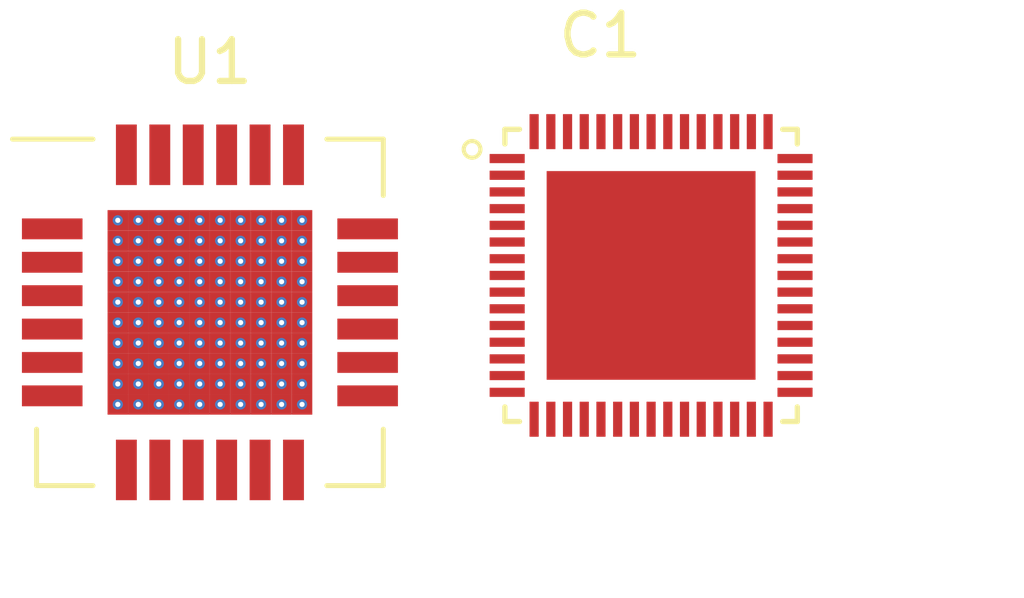
<source format=kicad_pcb>
(kicad_pcb (version 20171130) (host pcbnew "(5.1.9)-1")

  (general
    (thickness 1.6)
    (drawings 0)
    (tracks 0)
    (zones 0)
    (modules 2)
    (nets 24)
  )

  (page A4)
  (layers
    (0 F.Cu signal)
    (31 B.Cu signal)
    (32 B.Adhes user)
    (33 F.Adhes user)
    (34 B.Paste user)
    (35 F.Paste user)
    (36 B.SilkS user)
    (37 F.SilkS user)
    (38 B.Mask user)
    (39 F.Mask user)
    (40 Dwgs.User user)
    (41 Cmts.User user)
    (42 Eco1.User user)
    (43 Eco2.User user)
    (44 Edge.Cuts user)
    (45 Margin user)
    (46 B.CrtYd user)
    (47 F.CrtYd user)
    (48 B.Fab user)
    (49 F.Fab user)
  )

  (setup
    (last_trace_width 0.25)
    (trace_clearance 0.2)
    (zone_clearance 0.508)
    (zone_45_only no)
    (trace_min 0.2)
    (via_size 0.8)
    (via_drill 0.4)
    (via_min_size 0.4)
    (via_min_drill 0.3)
    (uvia_size 0.3)
    (uvia_drill 0.1)
    (uvias_allowed no)
    (uvia_min_size 0.2)
    (uvia_min_drill 0.1)
    (edge_width 0.05)
    (segment_width 0.2)
    (pcb_text_width 0.3)
    (pcb_text_size 1.5 1.5)
    (mod_edge_width 0.12)
    (mod_text_size 1 1)
    (mod_text_width 0.15)
    (pad_size 1.524 1.524)
    (pad_drill 0.762)
    (pad_to_mask_clearance 0)
    (aux_axis_origin 0 0)
    (visible_elements FFFFFF7F)
    (pcbplotparams
      (layerselection 0x010fc_ffffffff)
      (usegerberextensions false)
      (usegerberattributes true)
      (usegerberadvancedattributes true)
      (creategerberjobfile true)
      (excludeedgelayer true)
      (linewidth 0.100000)
      (plotframeref false)
      (viasonmask false)
      (mode 1)
      (useauxorigin false)
      (hpglpennumber 1)
      (hpglpenspeed 20)
      (hpglpendiameter 15.000000)
      (psnegative false)
      (psa4output false)
      (plotreference true)
      (plotvalue true)
      (plotinvisibletext false)
      (padsonsilk false)
      (subtractmaskfromsilk false)
      (outputformat 1)
      (mirror false)
      (drillshape 1)
      (scaleselection 1)
      (outputdirectory ""))
  )

  (net 0 "")
  (net 1 GND)
  (net 2 "Net-(C1-Pad1)")
  (net 3 "Net-(C7-Pad2)")
  (net 4 "Net-(U1-Pad23)")
  (net 5 "Net-(U1-Pad22)")
  (net 6 "Net-(U1-Pad21)")
  (net 7 "Net-(U1-Pad20)")
  (net 8 "Net-(U1-Pad19)")
  (net 9 "Net-(U1-Pad18)")
  (net 10 "Net-(U1-Pad17)")
  (net 11 "Net-(C10-Pad1)")
  (net 12 "Net-(U1-Pad14)")
  (net 13 "Net-(U1-Pad13)")
  (net 14 "Net-(U1-Pad12)")
  (net 15 "Net-(U1-Pad11)")
  (net 16 "Net-(C12-Pad1)")
  (net 17 "Net-(U1-Pad9)")
  (net 18 "Net-(U1-Pad7)")
  (net 19 "Net-(U1-Pad6)")
  (net 20 "Net-(U1-Pad5)")
  (net 21 "Net-(J1-Pad1)")
  (net 22 "Net-(U1-Pad2)")
  (net 23 "Net-(U1-Pad1)")

  (net_class Default "This is the default net class."
    (clearance 0.2)
    (trace_width 0.25)
    (via_dia 0.8)
    (via_drill 0.4)
    (uvia_dia 0.3)
    (uvia_drill 0.1)
    (add_net GND)
    (add_net "Net-(C1-Pad1)")
    (add_net "Net-(C10-Pad1)")
    (add_net "Net-(C12-Pad1)")
    (add_net "Net-(C7-Pad2)")
    (add_net "Net-(J1-Pad1)")
    (add_net "Net-(U1-Pad1)")
    (add_net "Net-(U1-Pad11)")
    (add_net "Net-(U1-Pad12)")
    (add_net "Net-(U1-Pad13)")
    (add_net "Net-(U1-Pad14)")
    (add_net "Net-(U1-Pad17)")
    (add_net "Net-(U1-Pad18)")
    (add_net "Net-(U1-Pad19)")
    (add_net "Net-(U1-Pad2)")
    (add_net "Net-(U1-Pad20)")
    (add_net "Net-(U1-Pad21)")
    (add_net "Net-(U1-Pad22)")
    (add_net "Net-(U1-Pad23)")
    (add_net "Net-(U1-Pad5)")
    (add_net "Net-(U1-Pad6)")
    (add_net "Net-(U1-Pad7)")
    (add_net "Net-(U1-Pad9)")
  )

  (module FootprintAmpli:QFN-24_EP_8x8_Pitch0.8mm (layer F.Cu) (tedit 0) (tstamp 61E34C2C)
    (at 5.025001 5.025001)
    (path /61DA693C)
    (attr smd)
    (fp_text reference U1 (at 0 -6) (layer F.SilkS)
      (effects (font (size 1 1) (thickness 0.15)))
    )
    (fp_text value MHT2012N (at 0 6) (layer F.Fab)
      (effects (font (size 1 1) (thickness 0.15)))
    )
    (fp_line (start -3 -4) (end -4 -3) (layer F.Fab) (width 0.15))
    (fp_line (start -4 -3) (end -4 4) (layer F.Fab) (width 0.15))
    (fp_line (start -4 4) (end 4 4) (layer F.Fab) (width 0.15))
    (fp_line (start 4 4) (end 4 -4) (layer F.Fab) (width 0.15))
    (fp_line (start 4 -4) (end -3 -4) (layer F.Fab) (width 0.15))
    (fp_line (start 2.8 -4.15) (end 4.15 -4.15) (layer F.SilkS) (width 0.12))
    (fp_line (start 4.15 -4.15) (end 4.15 -2.8) (layer F.SilkS) (width 0.12))
    (fp_line (start 2.8 4.15) (end 4.15 4.15) (layer F.SilkS) (width 0.12))
    (fp_line (start 4.15 4.15) (end 4.15 2.8) (layer F.SilkS) (width 0.12))
    (fp_line (start -2.8 4.15) (end -4.15 4.15) (layer F.SilkS) (width 0.12))
    (fp_line (start -4.15 4.15) (end -4.15 2.8) (layer F.SilkS) (width 0.12))
    (fp_line (start -2.8 -4.15) (end -4.725 -4.15) (layer F.SilkS) (width 0.12))
    (fp_line (start -5 -5) (end 5 -5) (layer F.CrtYd) (width 0.05))
    (fp_line (start 5 -5) (end 5 5) (layer F.CrtYd) (width 0.05))
    (fp_line (start 5 5) (end -5 5) (layer F.CrtYd) (width 0.05))
    (fp_line (start -5 5) (end -5 -5) (layer F.CrtYd) (width 0.05))
    (pad 25 thru_hole circle (at 2.205 2.205) (size 0.245 0.245) (drill 0.1225) (layers *.Cu *.Mask))
    (pad 25 thru_hole circle (at 2.205 1.715) (size 0.245 0.245) (drill 0.1225) (layers *.Cu *.Mask))
    (pad 25 thru_hole circle (at 2.205 1.225) (size 0.245 0.245) (drill 0.1225) (layers *.Cu *.Mask))
    (pad 25 thru_hole circle (at 2.205 0.735) (size 0.245 0.245) (drill 0.1225) (layers *.Cu *.Mask))
    (pad 25 thru_hole circle (at 2.205 0.245) (size 0.245 0.245) (drill 0.1225) (layers *.Cu *.Mask))
    (pad 25 thru_hole circle (at 2.205 -0.245) (size 0.245 0.245) (drill 0.1225) (layers *.Cu *.Mask))
    (pad 25 thru_hole circle (at 2.205 -0.735) (size 0.245 0.245) (drill 0.1225) (layers *.Cu *.Mask))
    (pad 25 thru_hole circle (at 2.205 -1.225) (size 0.245 0.245) (drill 0.1225) (layers *.Cu *.Mask))
    (pad 25 thru_hole circle (at 2.205 -1.715) (size 0.245 0.245) (drill 0.1225) (layers *.Cu *.Mask))
    (pad 25 thru_hole circle (at 2.205 -2.205) (size 0.245 0.245) (drill 0.1225) (layers *.Cu *.Mask))
    (pad 25 thru_hole circle (at 1.715 2.205) (size 0.245 0.245) (drill 0.1225) (layers *.Cu *.Mask))
    (pad 25 thru_hole circle (at 1.715 1.715) (size 0.245 0.245) (drill 0.1225) (layers *.Cu *.Mask))
    (pad 25 thru_hole circle (at 1.715 1.225) (size 0.245 0.245) (drill 0.1225) (layers *.Cu *.Mask))
    (pad 25 thru_hole circle (at 1.715 0.735) (size 0.245 0.245) (drill 0.1225) (layers *.Cu *.Mask))
    (pad 25 thru_hole circle (at 1.715 0.245) (size 0.245 0.245) (drill 0.1225) (layers *.Cu *.Mask))
    (pad 25 thru_hole circle (at 1.715 -0.245) (size 0.245 0.245) (drill 0.1225) (layers *.Cu *.Mask))
    (pad 25 thru_hole circle (at 1.715 -0.735) (size 0.245 0.245) (drill 0.1225) (layers *.Cu *.Mask))
    (pad 25 thru_hole circle (at 1.715 -1.225) (size 0.245 0.245) (drill 0.1225) (layers *.Cu *.Mask))
    (pad 25 thru_hole circle (at 1.715 -1.715) (size 0.245 0.245) (drill 0.1225) (layers *.Cu *.Mask))
    (pad 25 thru_hole circle (at 1.715 -2.205) (size 0.245 0.245) (drill 0.1225) (layers *.Cu *.Mask))
    (pad 25 thru_hole circle (at 1.225 2.205) (size 0.245 0.245) (drill 0.1225) (layers *.Cu *.Mask))
    (pad 25 thru_hole circle (at 1.225 1.715) (size 0.245 0.245) (drill 0.1225) (layers *.Cu *.Mask))
    (pad 25 thru_hole circle (at 1.225 1.225) (size 0.245 0.245) (drill 0.1225) (layers *.Cu *.Mask))
    (pad 25 thru_hole circle (at 1.225 0.735) (size 0.245 0.245) (drill 0.1225) (layers *.Cu *.Mask))
    (pad 25 thru_hole circle (at 1.225 0.245) (size 0.245 0.245) (drill 0.1225) (layers *.Cu *.Mask))
    (pad 25 thru_hole circle (at 1.225 -0.245) (size 0.245 0.245) (drill 0.1225) (layers *.Cu *.Mask))
    (pad 25 thru_hole circle (at 1.225 -0.735) (size 0.245 0.245) (drill 0.1225) (layers *.Cu *.Mask))
    (pad 25 thru_hole circle (at 1.225 -1.225) (size 0.245 0.245) (drill 0.1225) (layers *.Cu *.Mask))
    (pad 25 thru_hole circle (at 1.225 -1.715) (size 0.245 0.245) (drill 0.1225) (layers *.Cu *.Mask))
    (pad 25 thru_hole circle (at 1.225 -2.205) (size 0.245 0.245) (drill 0.1225) (layers *.Cu *.Mask))
    (pad 25 thru_hole circle (at 0.735 2.205) (size 0.245 0.245) (drill 0.1225) (layers *.Cu *.Mask))
    (pad 25 thru_hole circle (at 0.735 1.715) (size 0.245 0.245) (drill 0.1225) (layers *.Cu *.Mask))
    (pad 25 thru_hole circle (at 0.735 1.225) (size 0.245 0.245) (drill 0.1225) (layers *.Cu *.Mask))
    (pad 25 thru_hole circle (at 0.735 0.735) (size 0.245 0.245) (drill 0.1225) (layers *.Cu *.Mask))
    (pad 25 thru_hole circle (at 0.735 0.245) (size 0.245 0.245) (drill 0.1225) (layers *.Cu *.Mask))
    (pad 25 thru_hole circle (at 0.735 -0.245) (size 0.245 0.245) (drill 0.1225) (layers *.Cu *.Mask))
    (pad 25 thru_hole circle (at 0.735 -0.735) (size 0.245 0.245) (drill 0.1225) (layers *.Cu *.Mask))
    (pad 25 thru_hole circle (at 0.735 -1.225) (size 0.245 0.245) (drill 0.1225) (layers *.Cu *.Mask))
    (pad 25 thru_hole circle (at 0.735 -1.715) (size 0.245 0.245) (drill 0.1225) (layers *.Cu *.Mask))
    (pad 25 thru_hole circle (at 0.735 -2.205) (size 0.245 0.245) (drill 0.1225) (layers *.Cu *.Mask))
    (pad 25 thru_hole circle (at 0.245 2.205) (size 0.245 0.245) (drill 0.1225) (layers *.Cu *.Mask))
    (pad 25 thru_hole circle (at 0.245 1.715) (size 0.245 0.245) (drill 0.1225) (layers *.Cu *.Mask))
    (pad 25 thru_hole circle (at 0.245 1.225) (size 0.245 0.245) (drill 0.1225) (layers *.Cu *.Mask))
    (pad 25 thru_hole circle (at 0.245 0.735) (size 0.245 0.245) (drill 0.1225) (layers *.Cu *.Mask))
    (pad 25 thru_hole circle (at 0.245 0.245) (size 0.245 0.245) (drill 0.1225) (layers *.Cu *.Mask))
    (pad 25 thru_hole circle (at 0.245 -0.245) (size 0.245 0.245) (drill 0.1225) (layers *.Cu *.Mask))
    (pad 25 thru_hole circle (at 0.245 -0.735) (size 0.245 0.245) (drill 0.1225) (layers *.Cu *.Mask))
    (pad 25 thru_hole circle (at 0.245 -1.225) (size 0.245 0.245) (drill 0.1225) (layers *.Cu *.Mask))
    (pad 25 thru_hole circle (at 0.245 -1.715) (size 0.245 0.245) (drill 0.1225) (layers *.Cu *.Mask))
    (pad 25 thru_hole circle (at 0.245 -2.205) (size 0.245 0.245) (drill 0.1225) (layers *.Cu *.Mask))
    (pad 25 thru_hole circle (at -0.245 2.205) (size 0.245 0.245) (drill 0.1225) (layers *.Cu *.Mask))
    (pad 25 thru_hole circle (at -0.245 1.715) (size 0.245 0.245) (drill 0.1225) (layers *.Cu *.Mask))
    (pad 25 thru_hole circle (at -0.245 1.225) (size 0.245 0.245) (drill 0.1225) (layers *.Cu *.Mask))
    (pad 25 thru_hole circle (at -0.245 0.735) (size 0.245 0.245) (drill 0.1225) (layers *.Cu *.Mask))
    (pad 25 thru_hole circle (at -0.245 0.245) (size 0.245 0.245) (drill 0.1225) (layers *.Cu *.Mask))
    (pad 25 thru_hole circle (at -0.245 -0.245) (size 0.245 0.245) (drill 0.1225) (layers *.Cu *.Mask))
    (pad 25 thru_hole circle (at -0.245 -0.735) (size 0.245 0.245) (drill 0.1225) (layers *.Cu *.Mask))
    (pad 25 thru_hole circle (at -0.245 -1.225) (size 0.245 0.245) (drill 0.1225) (layers *.Cu *.Mask))
    (pad 25 thru_hole circle (at -0.245 -1.715) (size 0.245 0.245) (drill 0.1225) (layers *.Cu *.Mask))
    (pad 25 thru_hole circle (at -0.245 -2.205) (size 0.245 0.245) (drill 0.1225) (layers *.Cu *.Mask))
    (pad 25 thru_hole circle (at -0.735 2.205) (size 0.245 0.245) (drill 0.1225) (layers *.Cu *.Mask))
    (pad 25 thru_hole circle (at -0.735 1.715) (size 0.245 0.245) (drill 0.1225) (layers *.Cu *.Mask))
    (pad 25 thru_hole circle (at -0.735 1.225) (size 0.245 0.245) (drill 0.1225) (layers *.Cu *.Mask))
    (pad 25 thru_hole circle (at -0.735 0.735) (size 0.245 0.245) (drill 0.1225) (layers *.Cu *.Mask))
    (pad 25 thru_hole circle (at -0.735 0.245) (size 0.245 0.245) (drill 0.1225) (layers *.Cu *.Mask))
    (pad 25 thru_hole circle (at -0.735 -0.245) (size 0.245 0.245) (drill 0.1225) (layers *.Cu *.Mask))
    (pad 25 thru_hole circle (at -0.735 -0.735) (size 0.245 0.245) (drill 0.1225) (layers *.Cu *.Mask))
    (pad 25 thru_hole circle (at -0.735 -1.225) (size 0.245 0.245) (drill 0.1225) (layers *.Cu *.Mask))
    (pad 25 thru_hole circle (at -0.735 -1.715) (size 0.245 0.245) (drill 0.1225) (layers *.Cu *.Mask))
    (pad 25 thru_hole circle (at -0.735 -2.205) (size 0.245 0.245) (drill 0.1225) (layers *.Cu *.Mask))
    (pad 25 thru_hole circle (at -1.225 2.205) (size 0.245 0.245) (drill 0.1225) (layers *.Cu *.Mask))
    (pad 25 thru_hole circle (at -1.225 1.715) (size 0.245 0.245) (drill 0.1225) (layers *.Cu *.Mask))
    (pad 25 thru_hole circle (at -1.225 1.225) (size 0.245 0.245) (drill 0.1225) (layers *.Cu *.Mask))
    (pad 25 thru_hole circle (at -1.225 0.735) (size 0.245 0.245) (drill 0.1225) (layers *.Cu *.Mask))
    (pad 25 thru_hole circle (at -1.225 0.245) (size 0.245 0.245) (drill 0.1225) (layers *.Cu *.Mask))
    (pad 25 thru_hole circle (at -1.225 -0.245) (size 0.245 0.245) (drill 0.1225) (layers *.Cu *.Mask))
    (pad 25 thru_hole circle (at -1.225 -0.735) (size 0.245 0.245) (drill 0.1225) (layers *.Cu *.Mask))
    (pad 25 thru_hole circle (at -1.225 -1.225) (size 0.245 0.245) (drill 0.1225) (layers *.Cu *.Mask))
    (pad 25 thru_hole circle (at -1.225 -1.715) (size 0.245 0.245) (drill 0.1225) (layers *.Cu *.Mask))
    (pad 25 thru_hole circle (at -1.225 -2.205) (size 0.245 0.245) (drill 0.1225) (layers *.Cu *.Mask))
    (pad 25 thru_hole circle (at -1.715 2.205) (size 0.245 0.245) (drill 0.1225) (layers *.Cu *.Mask))
    (pad 25 thru_hole circle (at -1.715 1.715) (size 0.245 0.245) (drill 0.1225) (layers *.Cu *.Mask))
    (pad 25 thru_hole circle (at -1.715 1.225) (size 0.245 0.245) (drill 0.1225) (layers *.Cu *.Mask))
    (pad 25 thru_hole circle (at -1.715 0.735) (size 0.245 0.245) (drill 0.1225) (layers *.Cu *.Mask))
    (pad 25 thru_hole circle (at -1.715 0.245) (size 0.245 0.245) (drill 0.1225) (layers *.Cu *.Mask))
    (pad 25 thru_hole circle (at -1.715 -0.245) (size 0.245 0.245) (drill 0.1225) (layers *.Cu *.Mask))
    (pad 25 thru_hole circle (at -1.715 -0.735) (size 0.245 0.245) (drill 0.1225) (layers *.Cu *.Mask))
    (pad 25 thru_hole circle (at -1.715 -1.225) (size 0.245 0.245) (drill 0.1225) (layers *.Cu *.Mask))
    (pad 25 thru_hole circle (at -1.715 -1.715) (size 0.245 0.245) (drill 0.1225) (layers *.Cu *.Mask))
    (pad 25 thru_hole circle (at -1.715 -2.205) (size 0.245 0.245) (drill 0.1225) (layers *.Cu *.Mask))
    (pad 25 thru_hole circle (at -2.205 2.205) (size 0.245 0.245) (drill 0.1225) (layers *.Cu *.Mask))
    (pad 25 thru_hole circle (at -2.205 1.715) (size 0.245 0.245) (drill 0.1225) (layers *.Cu *.Mask))
    (pad 25 thru_hole circle (at -2.205 1.225) (size 0.245 0.245) (drill 0.1225) (layers *.Cu *.Mask))
    (pad 25 thru_hole circle (at -2.205 0.735) (size 0.245 0.245) (drill 0.1225) (layers *.Cu *.Mask))
    (pad 25 thru_hole circle (at -2.205 0.245) (size 0.245 0.245) (drill 0.1225) (layers *.Cu *.Mask))
    (pad 25 thru_hole circle (at -2.205 -0.245) (size 0.245 0.245) (drill 0.1225) (layers *.Cu *.Mask))
    (pad 25 thru_hole circle (at -2.205 -0.735) (size 0.245 0.245) (drill 0.1225) (layers *.Cu *.Mask))
    (pad 25 thru_hole circle (at -2.205 -1.225) (size 0.245 0.245) (drill 0.1225) (layers *.Cu *.Mask))
    (pad 25 thru_hole circle (at -2.205 -1.715) (size 0.245 0.245) (drill 0.1225) (layers *.Cu *.Mask))
    (pad 25 thru_hole circle (at -2.205 -2.205) (size 0.245 0.245) (drill 0.1225) (layers *.Cu *.Mask))
    (pad 25 smd rect (at 2.205 2.205) (size 0.49 0.49) (layers F.Cu F.Paste F.Mask)
      (solder_paste_margin -0.75))
    (pad 25 smd rect (at 2.205 1.715) (size 0.49 0.49) (layers F.Cu F.Paste F.Mask)
      (solder_paste_margin -0.75))
    (pad 25 smd rect (at 2.205 1.225) (size 0.49 0.49) (layers F.Cu F.Paste F.Mask)
      (solder_paste_margin -0.75))
    (pad 25 smd rect (at 2.205 0.735) (size 0.49 0.49) (layers F.Cu F.Paste F.Mask)
      (solder_paste_margin -0.75))
    (pad 25 smd rect (at 2.205 0.245) (size 0.49 0.49) (layers F.Cu F.Paste F.Mask)
      (solder_paste_margin -0.75))
    (pad 25 smd rect (at 2.205 -0.245) (size 0.49 0.49) (layers F.Cu F.Paste F.Mask)
      (solder_paste_margin -0.75))
    (pad 25 smd rect (at 2.205 -0.735) (size 0.49 0.49) (layers F.Cu F.Paste F.Mask)
      (solder_paste_margin -0.75))
    (pad 25 smd rect (at 2.205 -1.225) (size 0.49 0.49) (layers F.Cu F.Paste F.Mask)
      (solder_paste_margin -0.75))
    (pad 25 smd rect (at 2.205 -1.715) (size 0.49 0.49) (layers F.Cu F.Paste F.Mask)
      (solder_paste_margin -0.75))
    (pad 25 smd rect (at 2.205 -2.205) (size 0.49 0.49) (layers F.Cu F.Paste F.Mask)
      (solder_paste_margin -0.75))
    (pad 25 smd rect (at 1.715 2.205) (size 0.49 0.49) (layers F.Cu F.Paste F.Mask)
      (solder_paste_margin -0.75))
    (pad 25 smd rect (at 1.715 1.715) (size 0.49 0.49) (layers F.Cu F.Paste F.Mask)
      (solder_paste_margin -0.75))
    (pad 25 smd rect (at 1.715 1.225) (size 0.49 0.49) (layers F.Cu F.Paste F.Mask)
      (solder_paste_margin -0.75))
    (pad 25 smd rect (at 1.715 0.735) (size 0.49 0.49) (layers F.Cu F.Paste F.Mask)
      (solder_paste_margin -0.75))
    (pad 25 smd rect (at 1.715 0.245) (size 0.49 0.49) (layers F.Cu F.Paste F.Mask)
      (solder_paste_margin -0.75))
    (pad 25 smd rect (at 1.715 -0.245) (size 0.49 0.49) (layers F.Cu F.Paste F.Mask)
      (solder_paste_margin -0.75))
    (pad 25 smd rect (at 1.715 -0.735) (size 0.49 0.49) (layers F.Cu F.Paste F.Mask)
      (solder_paste_margin -0.75))
    (pad 25 smd rect (at 1.715 -1.225) (size 0.49 0.49) (layers F.Cu F.Paste F.Mask)
      (solder_paste_margin -0.75))
    (pad 25 smd rect (at 1.715 -1.715) (size 0.49 0.49) (layers F.Cu F.Paste F.Mask)
      (solder_paste_margin -0.75))
    (pad 25 smd rect (at 1.715 -2.205) (size 0.49 0.49) (layers F.Cu F.Paste F.Mask)
      (solder_paste_margin -0.75))
    (pad 25 smd rect (at 1.225 2.205) (size 0.49 0.49) (layers F.Cu F.Paste F.Mask)
      (solder_paste_margin -0.75))
    (pad 25 smd rect (at 1.225 1.715) (size 0.49 0.49) (layers F.Cu F.Paste F.Mask)
      (solder_paste_margin -0.75))
    (pad 25 smd rect (at 1.225 1.225) (size 0.49 0.49) (layers F.Cu F.Paste F.Mask)
      (solder_paste_margin -0.75))
    (pad 25 smd rect (at 1.225 0.735) (size 0.49 0.49) (layers F.Cu F.Paste F.Mask)
      (solder_paste_margin -0.75))
    (pad 25 smd rect (at 1.225 0.245) (size 0.49 0.49) (layers F.Cu F.Paste F.Mask)
      (solder_paste_margin -0.75))
    (pad 25 smd rect (at 1.225 -0.245) (size 0.49 0.49) (layers F.Cu F.Paste F.Mask)
      (solder_paste_margin -0.75))
    (pad 25 smd rect (at 1.225 -0.735) (size 0.49 0.49) (layers F.Cu F.Paste F.Mask)
      (solder_paste_margin -0.75))
    (pad 25 smd rect (at 1.225 -1.225) (size 0.49 0.49) (layers F.Cu F.Paste F.Mask)
      (solder_paste_margin -0.75))
    (pad 25 smd rect (at 1.225 -1.715) (size 0.49 0.49) (layers F.Cu F.Paste F.Mask)
      (solder_paste_margin -0.75))
    (pad 25 smd rect (at 1.225 -2.205) (size 0.49 0.49) (layers F.Cu F.Paste F.Mask)
      (solder_paste_margin -0.75))
    (pad 25 smd rect (at 0.735 2.205) (size 0.49 0.49) (layers F.Cu F.Paste F.Mask)
      (solder_paste_margin -0.75))
    (pad 25 smd rect (at 0.735 1.715) (size 0.49 0.49) (layers F.Cu F.Paste F.Mask)
      (solder_paste_margin -0.75))
    (pad 25 smd rect (at 0.735 1.225) (size 0.49 0.49) (layers F.Cu F.Paste F.Mask)
      (solder_paste_margin -0.75))
    (pad 25 smd rect (at 0.735 0.735) (size 0.49 0.49) (layers F.Cu F.Paste F.Mask)
      (solder_paste_margin -0.75))
    (pad 25 smd rect (at 0.735 0.245) (size 0.49 0.49) (layers F.Cu F.Paste F.Mask)
      (solder_paste_margin -0.75))
    (pad 25 smd rect (at 0.735 -0.245) (size 0.49 0.49) (layers F.Cu F.Paste F.Mask)
      (solder_paste_margin -0.75))
    (pad 25 smd rect (at 0.735 -0.735) (size 0.49 0.49) (layers F.Cu F.Paste F.Mask)
      (solder_paste_margin -0.75))
    (pad 25 smd rect (at 0.735 -1.225) (size 0.49 0.49) (layers F.Cu F.Paste F.Mask)
      (solder_paste_margin -0.75))
    (pad 25 smd rect (at 0.735 -1.715) (size 0.49 0.49) (layers F.Cu F.Paste F.Mask)
      (solder_paste_margin -0.75))
    (pad 25 smd rect (at 0.735 -2.205) (size 0.49 0.49) (layers F.Cu F.Paste F.Mask)
      (solder_paste_margin -0.75))
    (pad 25 smd rect (at 0.245 2.205) (size 0.49 0.49) (layers F.Cu F.Paste F.Mask)
      (solder_paste_margin -0.75))
    (pad 25 smd rect (at 0.245 1.715) (size 0.49 0.49) (layers F.Cu F.Paste F.Mask)
      (solder_paste_margin -0.75))
    (pad 25 smd rect (at 0.245 1.225) (size 0.49 0.49) (layers F.Cu F.Paste F.Mask)
      (solder_paste_margin -0.75))
    (pad 25 smd rect (at 0.245 0.735) (size 0.49 0.49) (layers F.Cu F.Paste F.Mask)
      (solder_paste_margin -0.75))
    (pad 25 smd rect (at 0.245 0.245) (size 0.49 0.49) (layers F.Cu F.Paste F.Mask)
      (solder_paste_margin -0.75))
    (pad 25 smd rect (at 0.245 -0.245) (size 0.49 0.49) (layers F.Cu F.Paste F.Mask)
      (solder_paste_margin -0.75))
    (pad 25 smd rect (at 0.245 -0.735) (size 0.49 0.49) (layers F.Cu F.Paste F.Mask)
      (solder_paste_margin -0.75))
    (pad 25 smd rect (at 0.245 -1.225) (size 0.49 0.49) (layers F.Cu F.Paste F.Mask)
      (solder_paste_margin -0.75))
    (pad 25 smd rect (at 0.245 -1.715) (size 0.49 0.49) (layers F.Cu F.Paste F.Mask)
      (solder_paste_margin -0.75))
    (pad 25 smd rect (at 0.245 -2.205) (size 0.49 0.49) (layers F.Cu F.Paste F.Mask)
      (solder_paste_margin -0.75))
    (pad 25 smd rect (at -0.245 2.205) (size 0.49 0.49) (layers F.Cu F.Paste F.Mask)
      (solder_paste_margin -0.75))
    (pad 25 smd rect (at -0.245 1.715) (size 0.49 0.49) (layers F.Cu F.Paste F.Mask)
      (solder_paste_margin -0.75))
    (pad 25 smd rect (at -0.245 1.225) (size 0.49 0.49) (layers F.Cu F.Paste F.Mask)
      (solder_paste_margin -0.75))
    (pad 25 smd rect (at -0.245 0.735) (size 0.49 0.49) (layers F.Cu F.Paste F.Mask)
      (solder_paste_margin -0.75))
    (pad 25 smd rect (at -0.245 0.245) (size 0.49 0.49) (layers F.Cu F.Paste F.Mask)
      (solder_paste_margin -0.75))
    (pad 25 smd rect (at -0.245 -0.245) (size 0.49 0.49) (layers F.Cu F.Paste F.Mask)
      (solder_paste_margin -0.75))
    (pad 25 smd rect (at -0.245 -0.735) (size 0.49 0.49) (layers F.Cu F.Paste F.Mask)
      (solder_paste_margin -0.75))
    (pad 25 smd rect (at -0.245 -1.225) (size 0.49 0.49) (layers F.Cu F.Paste F.Mask)
      (solder_paste_margin -0.75))
    (pad 25 smd rect (at -0.245 -1.715) (size 0.49 0.49) (layers F.Cu F.Paste F.Mask)
      (solder_paste_margin -0.75))
    (pad 25 smd rect (at -0.245 -2.205) (size 0.49 0.49) (layers F.Cu F.Paste F.Mask)
      (solder_paste_margin -0.75))
    (pad 25 smd rect (at -0.735 2.205) (size 0.49 0.49) (layers F.Cu F.Paste F.Mask)
      (solder_paste_margin -0.75))
    (pad 25 smd rect (at -0.735 1.715) (size 0.49 0.49) (layers F.Cu F.Paste F.Mask)
      (solder_paste_margin -0.75))
    (pad 25 smd rect (at -0.735 1.225) (size 0.49 0.49) (layers F.Cu F.Paste F.Mask)
      (solder_paste_margin -0.75))
    (pad 25 smd rect (at -0.735 0.735) (size 0.49 0.49) (layers F.Cu F.Paste F.Mask)
      (solder_paste_margin -0.75))
    (pad 25 smd rect (at -0.735 0.245) (size 0.49 0.49) (layers F.Cu F.Paste F.Mask)
      (solder_paste_margin -0.75))
    (pad 25 smd rect (at -0.735 -0.245) (size 0.49 0.49) (layers F.Cu F.Paste F.Mask)
      (solder_paste_margin -0.75))
    (pad 25 smd rect (at -0.735 -0.735) (size 0.49 0.49) (layers F.Cu F.Paste F.Mask)
      (solder_paste_margin -0.75))
    (pad 25 smd rect (at -0.735 -1.225) (size 0.49 0.49) (layers F.Cu F.Paste F.Mask)
      (solder_paste_margin -0.75))
    (pad 25 smd rect (at -0.735 -1.715) (size 0.49 0.49) (layers F.Cu F.Paste F.Mask)
      (solder_paste_margin -0.75))
    (pad 25 smd rect (at -0.735 -2.205) (size 0.49 0.49) (layers F.Cu F.Paste F.Mask)
      (solder_paste_margin -0.75))
    (pad 25 smd rect (at -1.225 2.205) (size 0.49 0.49) (layers F.Cu F.Paste F.Mask)
      (solder_paste_margin -0.75))
    (pad 25 smd rect (at -1.225 1.715) (size 0.49 0.49) (layers F.Cu F.Paste F.Mask)
      (solder_paste_margin -0.75))
    (pad 25 smd rect (at -1.225 1.225) (size 0.49 0.49) (layers F.Cu F.Paste F.Mask)
      (solder_paste_margin -0.75))
    (pad 25 smd rect (at -1.225 0.735) (size 0.49 0.49) (layers F.Cu F.Paste F.Mask)
      (solder_paste_margin -0.75))
    (pad 25 smd rect (at -1.225 0.245) (size 0.49 0.49) (layers F.Cu F.Paste F.Mask)
      (solder_paste_margin -0.75))
    (pad 25 smd rect (at -1.225 -0.245) (size 0.49 0.49) (layers F.Cu F.Paste F.Mask)
      (solder_paste_margin -0.75))
    (pad 25 smd rect (at -1.225 -0.735) (size 0.49 0.49) (layers F.Cu F.Paste F.Mask)
      (solder_paste_margin -0.75))
    (pad 25 smd rect (at -1.225 -1.225) (size 0.49 0.49) (layers F.Cu F.Paste F.Mask)
      (solder_paste_margin -0.75))
    (pad 25 smd rect (at -1.225 -1.715) (size 0.49 0.49) (layers F.Cu F.Paste F.Mask)
      (solder_paste_margin -0.75))
    (pad 25 smd rect (at -1.225 -2.205) (size 0.49 0.49) (layers F.Cu F.Paste F.Mask)
      (solder_paste_margin -0.75))
    (pad 25 smd rect (at -1.715 2.205) (size 0.49 0.49) (layers F.Cu F.Paste F.Mask)
      (solder_paste_margin -0.75))
    (pad 25 smd rect (at -1.715 1.715) (size 0.49 0.49) (layers F.Cu F.Paste F.Mask)
      (solder_paste_margin -0.75))
    (pad 25 smd rect (at -1.715 1.225) (size 0.49 0.49) (layers F.Cu F.Paste F.Mask)
      (solder_paste_margin -0.75))
    (pad 25 smd rect (at -1.715 0.735) (size 0.49 0.49) (layers F.Cu F.Paste F.Mask)
      (solder_paste_margin -0.75))
    (pad 25 smd rect (at -1.715 0.245) (size 0.49 0.49) (layers F.Cu F.Paste F.Mask)
      (solder_paste_margin -0.75))
    (pad 25 smd rect (at -1.715 -0.245) (size 0.49 0.49) (layers F.Cu F.Paste F.Mask)
      (solder_paste_margin -0.75))
    (pad 25 smd rect (at -1.715 -0.735) (size 0.49 0.49) (layers F.Cu F.Paste F.Mask)
      (solder_paste_margin -0.75))
    (pad 25 smd rect (at -1.715 -1.225) (size 0.49 0.49) (layers F.Cu F.Paste F.Mask)
      (solder_paste_margin -0.75))
    (pad 25 smd rect (at -1.715 -1.715) (size 0.49 0.49) (layers F.Cu F.Paste F.Mask)
      (solder_paste_margin -0.75))
    (pad 25 smd rect (at -1.715 -2.205) (size 0.49 0.49) (layers F.Cu F.Paste F.Mask)
      (solder_paste_margin -0.75))
    (pad 25 smd rect (at -2.205 2.205) (size 0.49 0.49) (layers F.Cu F.Paste F.Mask)
      (solder_paste_margin -0.75))
    (pad 25 smd rect (at -2.205 1.715) (size 0.49 0.49) (layers F.Cu F.Paste F.Mask)
      (solder_paste_margin -0.75))
    (pad 25 smd rect (at -2.205 1.225) (size 0.49 0.49) (layers F.Cu F.Paste F.Mask)
      (solder_paste_margin -0.75))
    (pad 25 smd rect (at -2.205 0.735) (size 0.49 0.49) (layers F.Cu F.Paste F.Mask)
      (solder_paste_margin -0.75))
    (pad 25 smd rect (at -2.205 0.245) (size 0.49 0.49) (layers F.Cu F.Paste F.Mask)
      (solder_paste_margin -0.75))
    (pad 25 smd rect (at -2.205 -0.245) (size 0.49 0.49) (layers F.Cu F.Paste F.Mask)
      (solder_paste_margin -0.75))
    (pad 25 smd rect (at -2.205 -0.735) (size 0.49 0.49) (layers F.Cu F.Paste F.Mask)
      (solder_paste_margin -0.75))
    (pad 25 smd rect (at -2.205 -1.225) (size 0.49 0.49) (layers F.Cu F.Paste F.Mask)
      (solder_paste_margin -0.75))
    (pad 25 smd rect (at -2.205 -1.715) (size 0.49 0.49) (layers F.Cu F.Paste F.Mask)
      (solder_paste_margin -0.75))
    (pad 25 smd rect (at -2.205 -2.205) (size 0.49 0.49) (layers F.Cu F.Paste F.Mask)
      (solder_paste_margin -0.75))
    (pad 24 smd rect (at -2 -3.775) (size 0.5 1.45) (layers F.Cu F.Paste F.Mask)
      (net 3 "Net-(C7-Pad2)"))
    (pad 23 smd rect (at -1.2 -3.775) (size 0.5 1.45) (layers F.Cu F.Paste F.Mask)
      (net 4 "Net-(U1-Pad23)"))
    (pad 22 smd rect (at -0.4 -3.775) (size 0.5 1.45) (layers F.Cu F.Paste F.Mask)
      (net 5 "Net-(U1-Pad22)"))
    (pad 21 smd rect (at 0.4 -3.775) (size 0.5 1.45) (layers F.Cu F.Paste F.Mask)
      (net 6 "Net-(U1-Pad21)"))
    (pad 20 smd rect (at 1.2 -3.775) (size 0.5 1.45) (layers F.Cu F.Paste F.Mask)
      (net 7 "Net-(U1-Pad20)"))
    (pad 19 smd rect (at 2 -3.775) (size 0.5 1.45) (layers F.Cu F.Paste F.Mask)
      (net 8 "Net-(U1-Pad19)"))
    (pad 18 smd rect (at 3.775 -2 90) (size 0.5 1.45) (layers F.Cu F.Paste F.Mask)
      (net 9 "Net-(U1-Pad18)"))
    (pad 17 smd rect (at 3.775 -1.2 90) (size 0.5 1.45) (layers F.Cu F.Paste F.Mask)
      (net 10 "Net-(U1-Pad17)"))
    (pad 16 smd rect (at 3.775 -0.4 90) (size 0.5 1.45) (layers F.Cu F.Paste F.Mask)
      (net 11 "Net-(C10-Pad1)"))
    (pad 15 smd rect (at 3.775 0.4 90) (size 0.5 1.45) (layers F.Cu F.Paste F.Mask)
      (net 11 "Net-(C10-Pad1)"))
    (pad 14 smd rect (at 3.775 1.2 90) (size 0.5 1.45) (layers F.Cu F.Paste F.Mask)
      (net 12 "Net-(U1-Pad14)"))
    (pad 13 smd rect (at 3.775 2 90) (size 0.5 1.45) (layers F.Cu F.Paste F.Mask)
      (net 13 "Net-(U1-Pad13)"))
    (pad 12 smd rect (at 2 3.775) (size 0.5 1.45) (layers F.Cu F.Paste F.Mask)
      (net 14 "Net-(U1-Pad12)"))
    (pad 11 smd rect (at 1.2 3.775) (size 0.5 1.45) (layers F.Cu F.Paste F.Mask)
      (net 15 "Net-(U1-Pad11)"))
    (pad 10 smd rect (at 0.4 3.775) (size 0.5 1.45) (layers F.Cu F.Paste F.Mask)
      (net 16 "Net-(C12-Pad1)"))
    (pad 9 smd rect (at -0.4 3.775) (size 0.5 1.45) (layers F.Cu F.Paste F.Mask)
      (net 17 "Net-(U1-Pad9)"))
    (pad 8 smd rect (at -1.2 3.775) (size 0.5 1.45) (layers F.Cu F.Paste F.Mask)
      (net 2 "Net-(C1-Pad1)"))
    (pad 7 smd rect (at -2 3.775) (size 0.5 1.45) (layers F.Cu F.Paste F.Mask)
      (net 18 "Net-(U1-Pad7)"))
    (pad 6 smd rect (at -3.775 2 90) (size 0.5 1.45) (layers F.Cu F.Paste F.Mask)
      (net 19 "Net-(U1-Pad6)"))
    (pad 5 smd rect (at -3.775 1.2 90) (size 0.5 1.45) (layers F.Cu F.Paste F.Mask)
      (net 20 "Net-(U1-Pad5)"))
    (pad 4 smd rect (at -3.775 0.4 90) (size 0.5 1.45) (layers F.Cu F.Paste F.Mask)
      (net 21 "Net-(J1-Pad1)"))
    (pad 3 smd rect (at -3.775 -0.4 90) (size 0.5 1.45) (layers F.Cu F.Paste F.Mask)
      (net 21 "Net-(J1-Pad1)"))
    (pad 2 smd rect (at -3.775 -1.2 90) (size 0.5 1.45) (layers F.Cu F.Paste F.Mask)
      (net 22 "Net-(U1-Pad2)"))
    (pad 1 smd rect (at -3.775 -2 90) (size 0.5 1.45) (layers F.Cu F.Paste F.Mask)
      (net 23 "Net-(U1-Pad1)"))
  )

  (module FootprintAmpli:QFN40P700X700X75-61N (layer F.Cu) (tedit 61E2B0E0) (tstamp 61E34B38)
    (at 15.585001 4.140001)
    (path /61D98E49)
    (fp_text reference C1 (at -1.215 -5.75) (layer F.SilkS)
      (effects (font (size 1 1) (thickness 0.15)))
    )
    (fp_text value C (at 8.31 5.75) (layer F.Fab)
      (effects (font (size 1 1) (thickness 0.15)))
    )
    (fp_poly (pts (xy 0.32 -2.18) (xy 2.18 -2.18) (xy 2.18 -0.32) (xy 0.32 -0.32)) (layer F.Paste) (width 0.01))
    (fp_poly (pts (xy -2.18 -2.18) (xy -0.32 -2.18) (xy -0.32 -0.32) (xy -2.18 -0.32)) (layer F.Paste) (width 0.01))
    (fp_poly (pts (xy -2.18 0.32) (xy -0.32 0.32) (xy -0.32 2.18) (xy -2.18 2.18)) (layer F.Paste) (width 0.01))
    (fp_poly (pts (xy 0.32 0.32) (xy 2.18 0.32) (xy 2.18 2.18) (xy 0.32 2.18)) (layer F.Paste) (width 0.01))
    (fp_circle (center -4.285 -3.02) (end -4.085 -3.02) (layer F.SilkS) (width 0.1))
    (fp_circle (center -4.285 -3.02) (end -4.085 -3.02) (layer F.Fab) (width 0.1))
    (fp_line (start 3.5 3.5) (end -3.5 3.5) (layer F.Fab) (width 0.127))
    (fp_line (start 3.5 -3.5) (end -3.5 -3.5) (layer F.Fab) (width 0.127))
    (fp_line (start 3.5 3.5) (end 3.5 -3.5) (layer F.Fab) (width 0.127))
    (fp_line (start -3.5 3.5) (end -3.5 -3.5) (layer F.Fab) (width 0.127))
    (fp_line (start 3.5 3.5) (end 3.15 3.5) (layer F.SilkS) (width 0.127))
    (fp_line (start 3.5 -3.5) (end 3.15 -3.5) (layer F.SilkS) (width 0.127))
    (fp_line (start -3.5 3.5) (end -3.15 3.5) (layer F.SilkS) (width 0.127))
    (fp_line (start -3.5 -3.5) (end -3.15 -3.5) (layer F.SilkS) (width 0.127))
    (fp_line (start 3.5 3.5) (end 3.5 3.15) (layer F.SilkS) (width 0.127))
    (fp_line (start 3.5 -3.5) (end 3.5 -3.15) (layer F.SilkS) (width 0.127))
    (fp_line (start -3.5 3.5) (end -3.5 3.15) (layer F.SilkS) (width 0.127))
    (fp_line (start -3.5 -3.5) (end -3.5 -3.15) (layer F.SilkS) (width 0.127))
    (fp_line (start -4.115 4.115) (end 4.115 4.115) (layer F.CrtYd) (width 0.05))
    (fp_line (start -4.115 -4.115) (end 4.115 -4.115) (layer F.CrtYd) (width 0.05))
    (fp_line (start -4.115 4.115) (end -4.115 -4.115) (layer F.CrtYd) (width 0.05))
    (fp_line (start 4.115 4.115) (end 4.115 -4.115) (layer F.CrtYd) (width 0.05))
    (pad 61 smd rect (at 0 0) (size 5 5) (layers F.Cu F.Mask))
    (pad 45 smd roundrect (at 3.445 -2.8) (size 0.84 0.22) (layers F.Cu F.Paste F.Mask) (roundrect_rratio 0.03))
    (pad 44 smd roundrect (at 3.445 -2.4) (size 0.84 0.22) (layers F.Cu F.Paste F.Mask) (roundrect_rratio 0.03))
    (pad 43 smd roundrect (at 3.445 -2) (size 0.84 0.22) (layers F.Cu F.Paste F.Mask) (roundrect_rratio 0.03))
    (pad 42 smd roundrect (at 3.445 -1.6) (size 0.84 0.22) (layers F.Cu F.Paste F.Mask) (roundrect_rratio 0.03))
    (pad 41 smd roundrect (at 3.445 -1.2) (size 0.84 0.22) (layers F.Cu F.Paste F.Mask) (roundrect_rratio 0.03))
    (pad 40 smd roundrect (at 3.445 -0.8) (size 0.84 0.22) (layers F.Cu F.Paste F.Mask) (roundrect_rratio 0.03))
    (pad 39 smd roundrect (at 3.445 -0.4) (size 0.84 0.22) (layers F.Cu F.Paste F.Mask) (roundrect_rratio 0.03))
    (pad 38 smd roundrect (at 3.445 0) (size 0.84 0.22) (layers F.Cu F.Paste F.Mask) (roundrect_rratio 0.03))
    (pad 37 smd roundrect (at 3.445 0.4) (size 0.84 0.22) (layers F.Cu F.Paste F.Mask) (roundrect_rratio 0.03))
    (pad 36 smd roundrect (at 3.445 0.8) (size 0.84 0.22) (layers F.Cu F.Paste F.Mask) (roundrect_rratio 0.03))
    (pad 35 smd roundrect (at 3.445 1.2) (size 0.84 0.22) (layers F.Cu F.Paste F.Mask) (roundrect_rratio 0.03))
    (pad 34 smd roundrect (at 3.445 1.6) (size 0.84 0.22) (layers F.Cu F.Paste F.Mask) (roundrect_rratio 0.03))
    (pad 33 smd roundrect (at 3.445 2) (size 0.84 0.22) (layers F.Cu F.Paste F.Mask) (roundrect_rratio 0.03))
    (pad 32 smd roundrect (at 3.445 2.4) (size 0.84 0.22) (layers F.Cu F.Paste F.Mask) (roundrect_rratio 0.03))
    (pad 31 smd roundrect (at 3.445 2.8) (size 0.84 0.22) (layers F.Cu F.Paste F.Mask) (roundrect_rratio 0.03))
    (pad 15 smd roundrect (at -3.445 2.8) (size 0.84 0.22) (layers F.Cu F.Paste F.Mask) (roundrect_rratio 0.03))
    (pad 14 smd roundrect (at -3.445 2.4) (size 0.84 0.22) (layers F.Cu F.Paste F.Mask) (roundrect_rratio 0.03))
    (pad 13 smd roundrect (at -3.445 2) (size 0.84 0.22) (layers F.Cu F.Paste F.Mask) (roundrect_rratio 0.03))
    (pad 12 smd roundrect (at -3.445 1.6) (size 0.84 0.22) (layers F.Cu F.Paste F.Mask) (roundrect_rratio 0.03))
    (pad 11 smd roundrect (at -3.445 1.2) (size 0.84 0.22) (layers F.Cu F.Paste F.Mask) (roundrect_rratio 0.03))
    (pad 10 smd roundrect (at -3.445 0.8) (size 0.84 0.22) (layers F.Cu F.Paste F.Mask) (roundrect_rratio 0.03))
    (pad 9 smd roundrect (at -3.445 0.4) (size 0.84 0.22) (layers F.Cu F.Paste F.Mask) (roundrect_rratio 0.03))
    (pad 8 smd roundrect (at -3.445 0) (size 0.84 0.22) (layers F.Cu F.Paste F.Mask) (roundrect_rratio 0.03))
    (pad 7 smd roundrect (at -3.445 -0.4) (size 0.84 0.22) (layers F.Cu F.Paste F.Mask) (roundrect_rratio 0.03))
    (pad 6 smd roundrect (at -3.445 -0.8) (size 0.84 0.22) (layers F.Cu F.Paste F.Mask) (roundrect_rratio 0.03))
    (pad 5 smd roundrect (at -3.445 -1.2) (size 0.84 0.22) (layers F.Cu F.Paste F.Mask) (roundrect_rratio 0.03))
    (pad 4 smd roundrect (at -3.445 -1.6) (size 0.84 0.22) (layers F.Cu F.Paste F.Mask) (roundrect_rratio 0.03))
    (pad 3 smd roundrect (at -3.445 -2) (size 0.84 0.22) (layers F.Cu F.Paste F.Mask) (roundrect_rratio 0.03))
    (pad 2 smd roundrect (at -3.445 -2.4) (size 0.84 0.22) (layers F.Cu F.Paste F.Mask) (roundrect_rratio 0.03)
      (net 1 GND))
    (pad 1 smd roundrect (at -3.445 -2.8) (size 0.84 0.22) (layers F.Cu F.Paste F.Mask) (roundrect_rratio 0.03)
      (net 2 "Net-(C1-Pad1)"))
    (pad 60 smd roundrect (at -2.8 -3.445) (size 0.22 0.84) (layers F.Cu F.Paste F.Mask) (roundrect_rratio 0.03))
    (pad 59 smd roundrect (at -2.4 -3.445) (size 0.22 0.84) (layers F.Cu F.Paste F.Mask) (roundrect_rratio 0.03))
    (pad 58 smd roundrect (at -2 -3.445) (size 0.22 0.84) (layers F.Cu F.Paste F.Mask) (roundrect_rratio 0.03))
    (pad 57 smd roundrect (at -1.6 -3.445) (size 0.22 0.84) (layers F.Cu F.Paste F.Mask) (roundrect_rratio 0.03))
    (pad 56 smd roundrect (at -1.2 -3.445) (size 0.22 0.84) (layers F.Cu F.Paste F.Mask) (roundrect_rratio 0.03))
    (pad 55 smd roundrect (at -0.8 -3.445) (size 0.22 0.84) (layers F.Cu F.Paste F.Mask) (roundrect_rratio 0.03))
    (pad 54 smd roundrect (at -0.4 -3.445) (size 0.22 0.84) (layers F.Cu F.Paste F.Mask) (roundrect_rratio 0.03))
    (pad 53 smd roundrect (at 0 -3.445) (size 0.22 0.84) (layers F.Cu F.Paste F.Mask) (roundrect_rratio 0.03))
    (pad 52 smd roundrect (at 0.4 -3.445) (size 0.22 0.84) (layers F.Cu F.Paste F.Mask) (roundrect_rratio 0.03))
    (pad 51 smd roundrect (at 0.8 -3.445) (size 0.22 0.84) (layers F.Cu F.Paste F.Mask) (roundrect_rratio 0.03))
    (pad 50 smd roundrect (at 1.2 -3.445) (size 0.22 0.84) (layers F.Cu F.Paste F.Mask) (roundrect_rratio 0.03))
    (pad 49 smd roundrect (at 1.6 -3.445) (size 0.22 0.84) (layers F.Cu F.Paste F.Mask) (roundrect_rratio 0.03))
    (pad 48 smd roundrect (at 2 -3.445) (size 0.22 0.84) (layers F.Cu F.Paste F.Mask) (roundrect_rratio 0.03))
    (pad 47 smd roundrect (at 2.4 -3.445) (size 0.22 0.84) (layers F.Cu F.Paste F.Mask) (roundrect_rratio 0.03))
    (pad 46 smd roundrect (at 2.8 -3.445) (size 0.22 0.84) (layers F.Cu F.Paste F.Mask) (roundrect_rratio 0.03))
    (pad 30 smd roundrect (at 2.8 3.445) (size 0.22 0.84) (layers F.Cu F.Paste F.Mask) (roundrect_rratio 0.03))
    (pad 29 smd roundrect (at 2.4 3.445) (size 0.22 0.84) (layers F.Cu F.Paste F.Mask) (roundrect_rratio 0.03))
    (pad 28 smd roundrect (at 2 3.445) (size 0.22 0.84) (layers F.Cu F.Paste F.Mask) (roundrect_rratio 0.03))
    (pad 27 smd roundrect (at 1.6 3.445) (size 0.22 0.84) (layers F.Cu F.Paste F.Mask) (roundrect_rratio 0.03))
    (pad 26 smd roundrect (at 1.2 3.445) (size 0.22 0.84) (layers F.Cu F.Paste F.Mask) (roundrect_rratio 0.03))
    (pad 25 smd roundrect (at 0.8 3.445) (size 0.22 0.84) (layers F.Cu F.Paste F.Mask) (roundrect_rratio 0.03))
    (pad 24 smd roundrect (at 0.4 3.445) (size 0.22 0.84) (layers F.Cu F.Paste F.Mask) (roundrect_rratio 0.03))
    (pad 23 smd roundrect (at 0 3.445) (size 0.22 0.84) (layers F.Cu F.Paste F.Mask) (roundrect_rratio 0.03))
    (pad 22 smd roundrect (at -0.4 3.445) (size 0.22 0.84) (layers F.Cu F.Paste F.Mask) (roundrect_rratio 0.03))
    (pad 21 smd roundrect (at -0.8 3.445) (size 0.22 0.84) (layers F.Cu F.Paste F.Mask) (roundrect_rratio 0.03))
    (pad 20 smd roundrect (at -1.2 3.445) (size 0.22 0.84) (layers F.Cu F.Paste F.Mask) (roundrect_rratio 0.03))
    (pad 19 smd roundrect (at -1.6 3.445) (size 0.22 0.84) (layers F.Cu F.Paste F.Mask) (roundrect_rratio 0.03))
    (pad 18 smd roundrect (at -2 3.445) (size 0.22 0.84) (layers F.Cu F.Paste F.Mask) (roundrect_rratio 0.03))
    (pad 17 smd roundrect (at -2.4 3.445) (size 0.22 0.84) (layers F.Cu F.Paste F.Mask) (roundrect_rratio 0.03))
    (pad 16 smd roundrect (at -2.8 3.445) (size 0.22 0.84) (layers F.Cu F.Paste F.Mask) (roundrect_rratio 0.03))
  )

)

</source>
